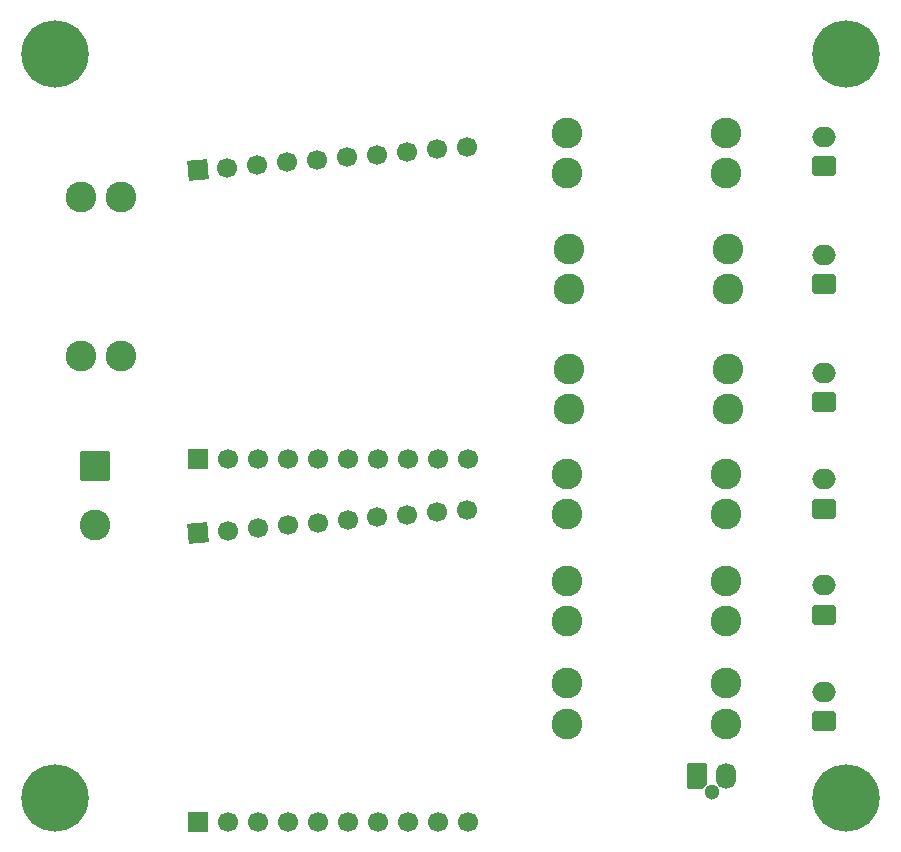
<source format=gbr>
%TF.GenerationSoftware,KiCad,Pcbnew,9.0.2*%
%TF.CreationDate,2025-06-04T19:58:56+07:00*%
%TF.ProjectId,PDM MOTHERBOARD,50444d20-4d4f-4544-9845-52424f415244,rev?*%
%TF.SameCoordinates,Original*%
%TF.FileFunction,Soldermask,Bot*%
%TF.FilePolarity,Negative*%
%FSLAX46Y46*%
G04 Gerber Fmt 4.6, Leading zero omitted, Abs format (unit mm)*
G04 Created by KiCad (PCBNEW 9.0.2) date 2025-06-04 19:58:56*
%MOMM*%
%LPD*%
G01*
G04 APERTURE LIST*
G04 Aperture macros list*
%AMRoundRect*
0 Rectangle with rounded corners*
0 $1 Rounding radius*
0 $2 $3 $4 $5 $6 $7 $8 $9 X,Y pos of 4 corners*
0 Add a 4 corners polygon primitive as box body*
4,1,4,$2,$3,$4,$5,$6,$7,$8,$9,$2,$3,0*
0 Add four circle primitives for the rounded corners*
1,1,$1+$1,$2,$3*
1,1,$1+$1,$4,$5*
1,1,$1+$1,$6,$7*
1,1,$1+$1,$8,$9*
0 Add four rect primitives between the rounded corners*
20,1,$1+$1,$2,$3,$4,$5,0*
20,1,$1+$1,$4,$5,$6,$7,0*
20,1,$1+$1,$6,$7,$8,$9,0*
20,1,$1+$1,$8,$9,$2,$3,0*%
%AMRotRect*
0 Rectangle, with rotation*
0 The origin of the aperture is its center*
0 $1 length*
0 $2 width*
0 $3 Rotation angle, in degrees counterclockwise*
0 Add horizontal line*
21,1,$1,$2,0,0,$3*%
%AMFreePoly0*
4,1,22,0.945671,0.830970,1.026777,0.776777,1.080970,0.695671,1.100000,0.600000,1.100000,-0.600000,1.080970,-0.695671,1.026777,-0.776777,0.945671,-0.830970,0.850000,-0.850000,-0.596447,-0.850000,-0.692118,-0.830970,-0.773224,-0.776777,-1.026777,-0.523224,-1.080970,-0.442118,-1.100000,-0.346447,-1.100000,0.600000,-1.080970,0.695671,-1.026777,0.776777,-0.945671,0.830970,-0.850000,0.850000,
0.850000,0.850000,0.945671,0.830970,0.945671,0.830970,$1*%
G04 Aperture macros list end*
%ADD10C,2.604000*%
%ADD11RoundRect,0.250000X0.750000X-0.600000X0.750000X0.600000X-0.750000X0.600000X-0.750000X-0.600000X0*%
%ADD12O,2.000000X1.700000*%
%ADD13C,1.300000*%
%ADD14FreePoly0,90.000000*%
%ADD15O,1.700000X2.200000*%
%ADD16R,1.700000X1.700000*%
%ADD17C,1.700000*%
%ADD18RotRect,1.700000X1.700000X95.000000*%
%ADD19C,3.600000*%
%ADD20C,5.700000*%
%ADD21RoundRect,0.250000X-1.050000X1.050000X-1.050000X-1.050000X1.050000X-1.050000X1.050000X1.050000X0*%
%ADD22C,2.600000*%
G04 APERTURE END LIST*
D10*
%TO.C,F2*%
X121404000Y-36986000D03*
X121404000Y-40386000D03*
X134874000Y-36986000D03*
X134874000Y-40386000D03*
%TD*%
%TO.C,F7*%
X121265000Y-27178000D03*
X121265000Y-30578000D03*
X134735000Y-27178000D03*
X134735000Y-30578000D03*
%TD*%
D11*
%TO.C,5out5*%
X143000000Y-50000000D03*
D12*
X143000000Y-47500000D03*
%TD*%
D13*
%TO.C,5out2*%
X133489930Y-82948000D03*
D14*
X132239930Y-81608000D03*
D15*
X134739930Y-81608000D03*
%TD*%
D11*
%TO.C,3v3out1*%
X143002000Y-40000000D03*
D12*
X143002000Y-37500000D03*
%TD*%
D10*
%TO.C,F9*%
X80088000Y-46105000D03*
X83488000Y-46105000D03*
X80088000Y-32635000D03*
X83488000Y-32635000D03*
%TD*%
D11*
%TO.C,5out4*%
X143000000Y-68000000D03*
D12*
X143000000Y-65500000D03*
%TD*%
D11*
%TO.C,5out3*%
X143000000Y-77000000D03*
D12*
X143000000Y-74500000D03*
%TD*%
D11*
%TO.C,12vout1*%
X143002000Y-30000000D03*
D12*
X143002000Y-27500000D03*
%TD*%
D16*
%TO.C,U2*%
X89952620Y-54775348D03*
D17*
X92492620Y-54775348D03*
X95032620Y-54775348D03*
X97572620Y-54775348D03*
X100112620Y-54775348D03*
X102652620Y-54775348D03*
X105192620Y-54775348D03*
X107732620Y-54775348D03*
X110272620Y-54775348D03*
X112812620Y-54775348D03*
D18*
X89954662Y-30349502D03*
D17*
X92484997Y-30128126D03*
X95015331Y-29906751D03*
X97545666Y-29685375D03*
X100076000Y-29464000D03*
X102606335Y-29242624D03*
X105136669Y-29021248D03*
X107667004Y-28799873D03*
X110197338Y-28578497D03*
X112727673Y-28357122D03*
%TD*%
D10*
%TO.C,F5*%
X121265000Y-65084753D03*
X121265000Y-68484753D03*
X134735000Y-65084753D03*
X134735000Y-68484753D03*
%TD*%
%TO.C,F8*%
X121404000Y-47146000D03*
X121404000Y-50546000D03*
X134874000Y-47146000D03*
X134874000Y-50546000D03*
%TD*%
%TO.C,F6*%
X121265000Y-73800000D03*
X121265000Y-77200000D03*
X134735000Y-73800000D03*
X134735000Y-77200000D03*
%TD*%
D19*
%TO.C,H2*%
X77898000Y-83494000D03*
D20*
X77898000Y-83494000D03*
%TD*%
D19*
%TO.C,H3*%
X77898000Y-20494000D03*
D20*
X77898000Y-20494000D03*
%TD*%
D11*
%TO.C,5out1*%
X143000000Y-59000000D03*
D12*
X143000000Y-56500000D03*
%TD*%
D19*
%TO.C,H1*%
X144898000Y-83494000D03*
D20*
X144898000Y-83494000D03*
%TD*%
D16*
%TO.C,U3*%
X90000947Y-85498626D03*
D17*
X92540947Y-85498626D03*
X95080947Y-85498626D03*
X97620947Y-85498626D03*
X100160947Y-85498626D03*
X102700947Y-85498626D03*
X105240947Y-85498626D03*
X107780947Y-85498626D03*
X110320947Y-85498626D03*
X112860947Y-85498626D03*
D18*
X90002989Y-61072780D03*
D17*
X92533324Y-60851404D03*
X95063658Y-60630029D03*
X97593993Y-60408653D03*
X100124327Y-60187278D03*
X102654662Y-59965902D03*
X105184996Y-59744526D03*
X107715331Y-59523151D03*
X110245665Y-59301775D03*
X112776000Y-59080400D03*
%TD*%
D10*
%TO.C,F4*%
X121265000Y-56036000D03*
X121265000Y-59436000D03*
X134735000Y-56036000D03*
X134735000Y-59436000D03*
%TD*%
D19*
%TO.C,H4*%
X144898000Y-20494000D03*
D20*
X144898000Y-20494000D03*
%TD*%
D21*
%TO.C,12in1*%
X81280000Y-55372000D03*
D22*
X81280000Y-60372000D03*
%TD*%
M02*

</source>
